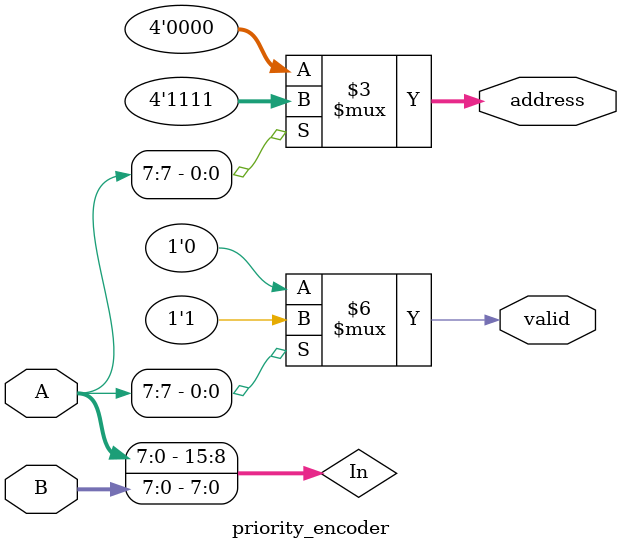
<source format=v>
`default_nettype none
`timescale 1ns / 1ps


module priority_encoder(
    input [7:0] A, 
    input [7:0] B, 
    output reg [3:0] address, 
    output reg valid
);
    wire [15:0] In; 
    assign In = {A, B};

    always @(*) begin 
        valid = 1'b1; 
        casez(In)
            16'b1???????????????: address = 4'd15;
            16'b10??????????????: address = 4'd14;
            16'b100?????????????: address = 4'd13;
            16'b1000????????????: address = 4'd12;
            16'b10000???????????: address = 4'd11;
            16'b100000??????????: address = 4'd10;
            16'b10000000????????: address = 4'd9;
            16'b100000000???????: address = 4'd8;
            16'b1000000000??????: address = 4'd7;
            16'b10000000000?????: address = 4'd6; 
            16'b100000000000????: address = 4'd5; 
            16'b1000000000000???: address = 4'd4; 
            16'b10000000000000??: address = 4'd3; 
            16'b100000000000000?: address = 4'd2; 
            16'b1000000000000000: address = 4'd1; 
            
            default: begin
                address = 4'd0;
                valid = 1'b0; 
            end
        endcase
    end
                
endmodule


</source>
